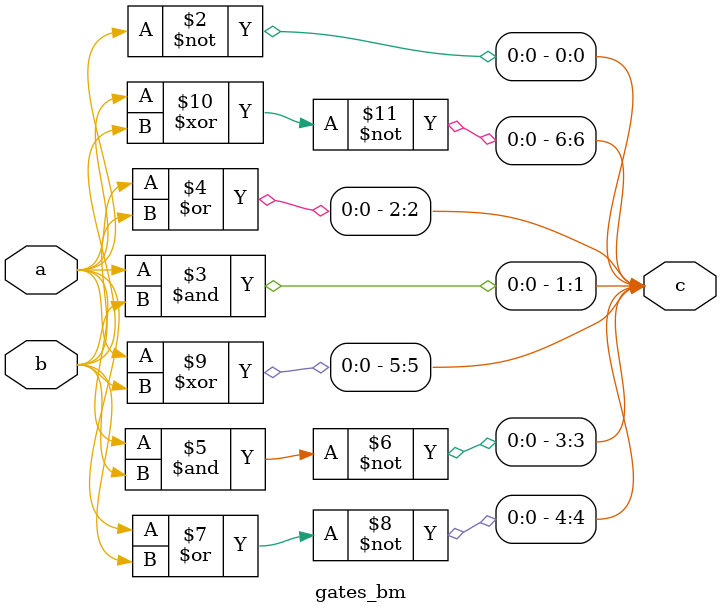
<source format=v>
`timescale 1ns / 1ps


module gates_bm(
input a,input b,
output reg[0:6]c
    );
always @ (a or b)
begin 
c[0]=~a;
c[1]=a&b;
c[2]=a|b;
c[3]=~(a&b);
c[4]=~(a|b);
c[5]=a^b;
c[6]=~(a^b);
end
endmodule

</source>
